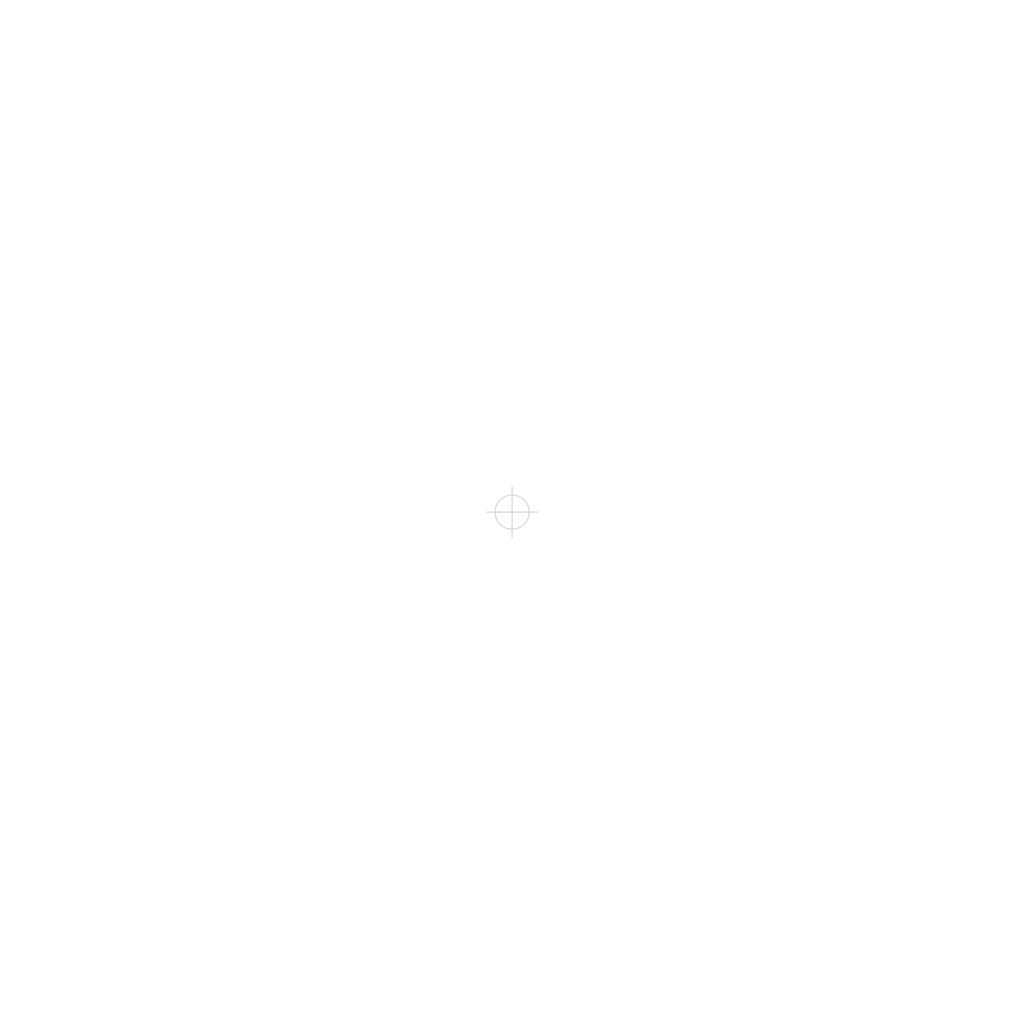
<source format=kicad_pcb>
(kicad_pcb (version 20211014) (generator pcbnew)

  (general
    (thickness 1.6)
  )

  (paper "A4")
  (layers
    (0 "F.Cu" signal)
    (31 "B.Cu" signal)
    (32 "B.Adhes" user "B.Adhesive")
    (33 "F.Adhes" user "F.Adhesive")
    (34 "B.Paste" user)
    (35 "F.Paste" user)
    (36 "B.SilkS" user "B.Silkscreen")
    (37 "F.SilkS" user "F.Silkscreen")
    (38 "B.Mask" user)
    (39 "F.Mask" user)
    (40 "Dwgs.User" user "User.Drawings")
    (41 "Cmts.User" user "User.Comments")
    (42 "Eco1.User" user "User.Eco1")
    (43 "Eco2.User" user "User.Eco2")
    (44 "Edge.Cuts" user)
    (45 "Margin" user)
    (46 "B.CrtYd" user "B.Courtyard")
    (47 "F.CrtYd" user "F.Courtyard")
    (48 "B.Fab" user)
    (49 "F.Fab" user)
    (50 "User.1" user)
    (51 "User.2" user)
    (52 "User.3" user)
    (53 "User.4" user)
    (54 "User.5" user)
    (55 "User.6" user)
    (56 "User.7" user)
    (57 "User.8" user)
    (58 "User.9" user)
  )

  (setup
    (pad_to_mask_clearance 0)
    (pcbplotparams
      (layerselection 0x00010fc_ffffffff)
      (disableapertmacros false)
      (usegerberextensions false)
      (usegerberattributes true)
      (usegerberadvancedattributes true)
      (creategerberjobfile true)
      (svguseinch false)
      (svgprecision 6)
      (excludeedgelayer true)
      (plotframeref false)
      (viasonmask false)
      (mode 1)
      (useauxorigin false)
      (hpglpennumber 1)
      (hpglpenspeed 20)
      (hpglpendiameter 15.000000)
      (dxfpolygonmode true)
      (dxfimperialunits true)
      (dxfusepcbnewfont true)
      (psnegative false)
      (psa4output false)
      (plotreference true)
      (plotvalue true)
      (plotinvisibletext false)
      (sketchpadsonfab false)
      (subtractmaskfromsilk false)
      (outputformat 1)
      (mirror false)
      (drillshape 1)
      (scaleselection 1)
      (outputdirectory "")
    )
  )

  (net 0 "")

  (gr_circle (center 100 100) (end 135 100) (layer "Dwgs.User") (width 0.1) (fill none) (tstamp 3c600c10-7e21-47ae-9f50-c015d39763d0))
  (gr_circle (center 100 100) (end 150 100) (layer "Dwgs.User") (width 0.1) (fill none) (tstamp 5fa20a01-2cb6-4248-8060-338301233b77))
  (gr_rect (start 135 95) (end 136 105) (layer "Dwgs.User") (width 0.1) (fill none) (tstamp 82d2aa93-db5c-467f-88d8-a6c638044154))
  (gr_circle (center 100 100) (end 148.5 100) (layer "Dwgs.User") (width 0.1) (fill none) (tstamp 89ff57bc-e6d4-4f31-9fb4-bc4816742c8c))
  (gr_rect (start 147 95) (end 148 105) (layer "Dwgs.User") (width 0.1) (fill none) (tstamp ab199d2a-3491-4279-bb1a-4cc54332defa))
  (gr_circle (center 100 100) (end 133.5 100) (layer "Dwgs.User") (width 0.1) (fill none) (tstamp e619c19e-d431-41bf-8553-154f730e4a27))
  (gr_circle (center 100 100) (end 146.5 100) (layer "F.Fab") (width 0.1) (fill none) (tstamp 1ef5ada5-c13a-48a1-98c2-0211d4eb65c0))
  (gr_circle (center 100 100) (end 137 100) (layer "F.Fab") (width 0.1) (fill none) (tstamp 6bcd32be-7451-4192-a605-bfcc7d768dbd))
  (gr_rect (start 137.65 94.5) (end 145.35 105.5) (layer "F.Fab") (width 0.1) (fill none) (tstamp 9c990fbb-3928-4286-a804-f65e266bde18))
  (target plus (at 100 100) (size 5) (width 0.1) (layer "Edge.Cuts") (tstamp 2d3d5a1f-cf22-41d8-87d1-cc65376c9d0b))

)

</source>
